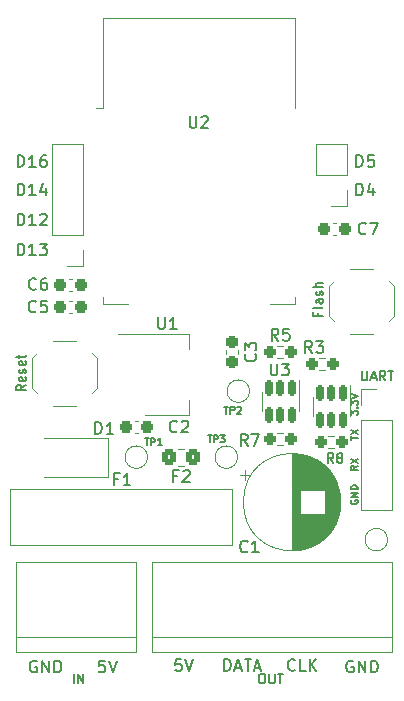
<source format=gto>
%TF.GenerationSoftware,KiCad,Pcbnew,(6.0.5)*%
%TF.CreationDate,2023-06-01T20:28:18+03:00*%
%TF.ProjectId,led-controller,6c65642d-636f-46e7-9472-6f6c6c65722e,rev?*%
%TF.SameCoordinates,Original*%
%TF.FileFunction,Legend,Top*%
%TF.FilePolarity,Positive*%
%FSLAX46Y46*%
G04 Gerber Fmt 4.6, Leading zero omitted, Abs format (unit mm)*
G04 Created by KiCad (PCBNEW (6.0.5)) date 2023-06-01 20:28:18*
%MOMM*%
%LPD*%
G01*
G04 APERTURE LIST*
G04 Aperture macros list*
%AMRoundRect*
0 Rectangle with rounded corners*
0 $1 Rounding radius*
0 $2 $3 $4 $5 $6 $7 $8 $9 X,Y pos of 4 corners*
0 Add a 4 corners polygon primitive as box body*
4,1,4,$2,$3,$4,$5,$6,$7,$8,$9,$2,$3,0*
0 Add four circle primitives for the rounded corners*
1,1,$1+$1,$2,$3*
1,1,$1+$1,$4,$5*
1,1,$1+$1,$6,$7*
1,1,$1+$1,$8,$9*
0 Add four rect primitives between the rounded corners*
20,1,$1+$1,$2,$3,$4,$5,0*
20,1,$1+$1,$4,$5,$6,$7,0*
20,1,$1+$1,$6,$7,$8,$9,0*
20,1,$1+$1,$8,$9,$2,$3,0*%
G04 Aperture macros list end*
%ADD10C,0.150000*%
%ADD11C,0.120000*%
%ADD12RoundRect,0.237500X-0.300000X-0.237500X0.300000X-0.237500X0.300000X0.237500X-0.300000X0.237500X0*%
%ADD13R,1.700000X1.700000*%
%ADD14O,1.700000X1.700000*%
%ADD15RoundRect,0.237500X-0.250000X-0.237500X0.250000X-0.237500X0.250000X0.237500X-0.250000X0.237500X0*%
%ADD16RoundRect,0.237500X0.237500X-0.300000X0.237500X0.300000X-0.237500X0.300000X-0.237500X-0.300000X0*%
%ADD17R,1.000000X1.700000*%
%ADD18C,1.500000*%
%ADD19RoundRect,0.237500X0.250000X0.237500X-0.250000X0.237500X-0.250000X-0.237500X0.250000X-0.237500X0*%
%ADD20R,2.500000X1.800000*%
%ADD21RoundRect,0.237500X0.300000X0.237500X-0.300000X0.237500X-0.300000X-0.237500X0.300000X-0.237500X0*%
%ADD22O,3.000000X3.500000*%
%ADD23R,1.600000X1.600000*%
%ADD24C,1.600000*%
%ADD25R,3.000000X3.000000*%
%ADD26C,3.000000*%
%ADD27C,0.800000*%
%ADD28C,6.400000*%
%ADD29RoundRect,0.150000X-0.150000X0.512500X-0.150000X-0.512500X0.150000X-0.512500X0.150000X0.512500X0*%
%ADD30R,2.000000X1.500000*%
%ADD31R,2.000000X3.800000*%
%ADD32RoundRect,0.250000X0.325000X0.450000X-0.325000X0.450000X-0.325000X-0.450000X0.325000X-0.450000X0*%
%ADD33R,2.500000X1.000000*%
%ADD34R,1.000000X1.800000*%
G04 APERTURE END LIST*
D10*
X117400428Y-103120714D02*
X117400428Y-102749285D01*
X117629000Y-102949285D01*
X117629000Y-102863571D01*
X117657571Y-102806428D01*
X117686142Y-102777857D01*
X117743285Y-102749285D01*
X117886142Y-102749285D01*
X117943285Y-102777857D01*
X117971857Y-102806428D01*
X118000428Y-102863571D01*
X118000428Y-103035000D01*
X117971857Y-103092142D01*
X117943285Y-103120714D01*
X117943285Y-102492142D02*
X117971857Y-102463571D01*
X118000428Y-102492142D01*
X117971857Y-102520714D01*
X117943285Y-102492142D01*
X118000428Y-102492142D01*
X117400428Y-102263571D02*
X117400428Y-101892142D01*
X117629000Y-102092142D01*
X117629000Y-102006428D01*
X117657571Y-101949285D01*
X117686142Y-101920714D01*
X117743285Y-101892142D01*
X117886142Y-101892142D01*
X117943285Y-101920714D01*
X117971857Y-101949285D01*
X118000428Y-102006428D01*
X118000428Y-102177857D01*
X117971857Y-102235000D01*
X117943285Y-102263571D01*
X117400428Y-101720714D02*
X118000428Y-101520714D01*
X117400428Y-101320714D01*
X117429000Y-110312142D02*
X117400428Y-110369285D01*
X117400428Y-110455000D01*
X117429000Y-110540714D01*
X117486142Y-110597857D01*
X117543285Y-110626428D01*
X117657571Y-110655000D01*
X117743285Y-110655000D01*
X117857571Y-110626428D01*
X117914714Y-110597857D01*
X117971857Y-110540714D01*
X118000428Y-110455000D01*
X118000428Y-110397857D01*
X117971857Y-110312142D01*
X117943285Y-110283571D01*
X117743285Y-110283571D01*
X117743285Y-110397857D01*
X118000428Y-110026428D02*
X117400428Y-110026428D01*
X118000428Y-109683571D01*
X117400428Y-109683571D01*
X118000428Y-109397857D02*
X117400428Y-109397857D01*
X117400428Y-109255000D01*
X117429000Y-109169285D01*
X117486142Y-109112142D01*
X117543285Y-109083571D01*
X117657571Y-109055000D01*
X117743285Y-109055000D01*
X117857571Y-109083571D01*
X117914714Y-109112142D01*
X117971857Y-109169285D01*
X118000428Y-109255000D01*
X118000428Y-109397857D01*
X117400428Y-105232142D02*
X117400428Y-104889285D01*
X118000428Y-105060714D02*
X117400428Y-105060714D01*
X117400428Y-104746428D02*
X118000428Y-104346428D01*
X117400428Y-104346428D02*
X118000428Y-104746428D01*
X118000428Y-107415000D02*
X117714714Y-107615000D01*
X118000428Y-107757857D02*
X117400428Y-107757857D01*
X117400428Y-107529285D01*
X117429000Y-107472142D01*
X117457571Y-107443571D01*
X117514714Y-107415000D01*
X117600428Y-107415000D01*
X117657571Y-107443571D01*
X117686142Y-107472142D01*
X117714714Y-107529285D01*
X117714714Y-107757857D01*
X117400428Y-107215000D02*
X118000428Y-106815000D01*
X117400428Y-106815000D02*
X118000428Y-107215000D01*
X114623857Y-94487857D02*
X114623857Y-94754523D01*
X115042904Y-94754523D02*
X114242904Y-94754523D01*
X114242904Y-94373571D01*
X115042904Y-93954523D02*
X115004809Y-94030714D01*
X114928619Y-94068809D01*
X114242904Y-94068809D01*
X115042904Y-93306904D02*
X114623857Y-93306904D01*
X114547666Y-93345000D01*
X114509571Y-93421190D01*
X114509571Y-93573571D01*
X114547666Y-93649761D01*
X115004809Y-93306904D02*
X115042904Y-93383095D01*
X115042904Y-93573571D01*
X115004809Y-93649761D01*
X114928619Y-93687857D01*
X114852428Y-93687857D01*
X114776238Y-93649761D01*
X114738142Y-93573571D01*
X114738142Y-93383095D01*
X114700047Y-93306904D01*
X115004809Y-92964047D02*
X115042904Y-92887857D01*
X115042904Y-92735476D01*
X115004809Y-92659285D01*
X114928619Y-92621190D01*
X114890523Y-92621190D01*
X114814333Y-92659285D01*
X114776238Y-92735476D01*
X114776238Y-92849761D01*
X114738142Y-92925952D01*
X114661952Y-92964047D01*
X114623857Y-92964047D01*
X114547666Y-92925952D01*
X114509571Y-92849761D01*
X114509571Y-92735476D01*
X114547666Y-92659285D01*
X115042904Y-92278333D02*
X114242904Y-92278333D01*
X115042904Y-91935476D02*
X114623857Y-91935476D01*
X114547666Y-91973571D01*
X114509571Y-92049761D01*
X114509571Y-92164047D01*
X114547666Y-92240238D01*
X114585761Y-92278333D01*
X112688761Y-124690142D02*
X112641142Y-124737761D01*
X112498285Y-124785380D01*
X112403047Y-124785380D01*
X112260190Y-124737761D01*
X112164952Y-124642523D01*
X112117333Y-124547285D01*
X112069714Y-124356809D01*
X112069714Y-124213952D01*
X112117333Y-124023476D01*
X112164952Y-123928238D01*
X112260190Y-123833000D01*
X112403047Y-123785380D01*
X112498285Y-123785380D01*
X112641142Y-123833000D01*
X112688761Y-123880619D01*
X113593523Y-124785380D02*
X113117333Y-124785380D01*
X113117333Y-123785380D01*
X113926857Y-124785380D02*
X113926857Y-123785380D01*
X114498285Y-124785380D02*
X114069714Y-124213952D01*
X114498285Y-123785380D02*
X113926857Y-124356809D01*
X118357809Y-99383904D02*
X118357809Y-100031523D01*
X118395904Y-100107714D01*
X118434000Y-100145809D01*
X118510190Y-100183904D01*
X118662571Y-100183904D01*
X118738761Y-100145809D01*
X118776857Y-100107714D01*
X118814952Y-100031523D01*
X118814952Y-99383904D01*
X119157809Y-99955333D02*
X119538761Y-99955333D01*
X119081619Y-100183904D02*
X119348285Y-99383904D01*
X119614952Y-100183904D01*
X120338761Y-100183904D02*
X120072095Y-99802952D01*
X119881619Y-100183904D02*
X119881619Y-99383904D01*
X120186380Y-99383904D01*
X120262571Y-99422000D01*
X120300666Y-99460095D01*
X120338761Y-99536285D01*
X120338761Y-99650571D01*
X120300666Y-99726761D01*
X120262571Y-99764857D01*
X120186380Y-99802952D01*
X119881619Y-99802952D01*
X120567333Y-99383904D02*
X121024476Y-99383904D01*
X120795904Y-100183904D02*
X120795904Y-99383904D01*
X89209714Y-87066380D02*
X89209714Y-86066380D01*
X89447809Y-86066380D01*
X89590666Y-86114000D01*
X89685904Y-86209238D01*
X89733523Y-86304476D01*
X89781142Y-86494952D01*
X89781142Y-86637809D01*
X89733523Y-86828285D01*
X89685904Y-86923523D01*
X89590666Y-87018761D01*
X89447809Y-87066380D01*
X89209714Y-87066380D01*
X90733523Y-87066380D02*
X90162095Y-87066380D01*
X90447809Y-87066380D02*
X90447809Y-86066380D01*
X90352571Y-86209238D01*
X90257333Y-86304476D01*
X90162095Y-86352095D01*
X91114476Y-86161619D02*
X91162095Y-86114000D01*
X91257333Y-86066380D01*
X91495428Y-86066380D01*
X91590666Y-86114000D01*
X91638285Y-86161619D01*
X91685904Y-86256857D01*
X91685904Y-86352095D01*
X91638285Y-86494952D01*
X91066857Y-87066380D01*
X91685904Y-87066380D01*
X103060523Y-123785380D02*
X102584333Y-123785380D01*
X102536714Y-124261571D01*
X102584333Y-124213952D01*
X102679571Y-124166333D01*
X102917666Y-124166333D01*
X103012904Y-124213952D01*
X103060523Y-124261571D01*
X103108142Y-124356809D01*
X103108142Y-124594904D01*
X103060523Y-124690142D01*
X103012904Y-124737761D01*
X102917666Y-124785380D01*
X102679571Y-124785380D01*
X102584333Y-124737761D01*
X102536714Y-124690142D01*
X103393857Y-123785380D02*
X103727190Y-124785380D01*
X104060523Y-123785380D01*
X90805095Y-123960000D02*
X90709857Y-123912380D01*
X90567000Y-123912380D01*
X90424142Y-123960000D01*
X90328904Y-124055238D01*
X90281285Y-124150476D01*
X90233666Y-124340952D01*
X90233666Y-124483809D01*
X90281285Y-124674285D01*
X90328904Y-124769523D01*
X90424142Y-124864761D01*
X90567000Y-124912380D01*
X90662238Y-124912380D01*
X90805095Y-124864761D01*
X90852714Y-124817142D01*
X90852714Y-124483809D01*
X90662238Y-124483809D01*
X91281285Y-124912380D02*
X91281285Y-123912380D01*
X91852714Y-124912380D01*
X91852714Y-123912380D01*
X92328904Y-124912380D02*
X92328904Y-123912380D01*
X92567000Y-123912380D01*
X92709857Y-123960000D01*
X92805095Y-124055238D01*
X92852714Y-124150476D01*
X92900333Y-124340952D01*
X92900333Y-124483809D01*
X92852714Y-124674285D01*
X92805095Y-124769523D01*
X92709857Y-124864761D01*
X92567000Y-124912380D01*
X92328904Y-124912380D01*
X89209714Y-84526380D02*
X89209714Y-83526380D01*
X89447809Y-83526380D01*
X89590666Y-83574000D01*
X89685904Y-83669238D01*
X89733523Y-83764476D01*
X89781142Y-83954952D01*
X89781142Y-84097809D01*
X89733523Y-84288285D01*
X89685904Y-84383523D01*
X89590666Y-84478761D01*
X89447809Y-84526380D01*
X89209714Y-84526380D01*
X90733523Y-84526380D02*
X90162095Y-84526380D01*
X90447809Y-84526380D02*
X90447809Y-83526380D01*
X90352571Y-83669238D01*
X90257333Y-83764476D01*
X90162095Y-83812095D01*
X91590666Y-83859714D02*
X91590666Y-84526380D01*
X91352571Y-83478761D02*
X91114476Y-84193047D01*
X91733523Y-84193047D01*
X117602095Y-123960000D02*
X117506857Y-123912380D01*
X117364000Y-123912380D01*
X117221142Y-123960000D01*
X117125904Y-124055238D01*
X117078285Y-124150476D01*
X117030666Y-124340952D01*
X117030666Y-124483809D01*
X117078285Y-124674285D01*
X117125904Y-124769523D01*
X117221142Y-124864761D01*
X117364000Y-124912380D01*
X117459238Y-124912380D01*
X117602095Y-124864761D01*
X117649714Y-124817142D01*
X117649714Y-124483809D01*
X117459238Y-124483809D01*
X118078285Y-124912380D02*
X118078285Y-123912380D01*
X118649714Y-124912380D01*
X118649714Y-123912380D01*
X119125904Y-124912380D02*
X119125904Y-123912380D01*
X119364000Y-123912380D01*
X119506857Y-123960000D01*
X119602095Y-124055238D01*
X119649714Y-124150476D01*
X119697333Y-124340952D01*
X119697333Y-124483809D01*
X119649714Y-124674285D01*
X119602095Y-124769523D01*
X119506857Y-124864761D01*
X119364000Y-124912380D01*
X119125904Y-124912380D01*
X89209714Y-82113380D02*
X89209714Y-81113380D01*
X89447809Y-81113380D01*
X89590666Y-81161000D01*
X89685904Y-81256238D01*
X89733523Y-81351476D01*
X89781142Y-81541952D01*
X89781142Y-81684809D01*
X89733523Y-81875285D01*
X89685904Y-81970523D01*
X89590666Y-82065761D01*
X89447809Y-82113380D01*
X89209714Y-82113380D01*
X90733523Y-82113380D02*
X90162095Y-82113380D01*
X90447809Y-82113380D02*
X90447809Y-81113380D01*
X90352571Y-81256238D01*
X90257333Y-81351476D01*
X90162095Y-81399095D01*
X91590666Y-81113380D02*
X91400190Y-81113380D01*
X91304952Y-81161000D01*
X91257333Y-81208619D01*
X91162095Y-81351476D01*
X91114476Y-81541952D01*
X91114476Y-81922904D01*
X91162095Y-82018142D01*
X91209714Y-82065761D01*
X91304952Y-82113380D01*
X91495428Y-82113380D01*
X91590666Y-82065761D01*
X91638285Y-82018142D01*
X91685904Y-81922904D01*
X91685904Y-81684809D01*
X91638285Y-81589571D01*
X91590666Y-81541952D01*
X91495428Y-81494333D01*
X91304952Y-81494333D01*
X91209714Y-81541952D01*
X91162095Y-81589571D01*
X91114476Y-81684809D01*
X93941952Y-125837904D02*
X93941952Y-125037904D01*
X94322904Y-125837904D02*
X94322904Y-125037904D01*
X94780047Y-125837904D01*
X94780047Y-125037904D01*
X89209714Y-89606380D02*
X89209714Y-88606380D01*
X89447809Y-88606380D01*
X89590666Y-88654000D01*
X89685904Y-88749238D01*
X89733523Y-88844476D01*
X89781142Y-89034952D01*
X89781142Y-89177809D01*
X89733523Y-89368285D01*
X89685904Y-89463523D01*
X89590666Y-89558761D01*
X89447809Y-89606380D01*
X89209714Y-89606380D01*
X90733523Y-89606380D02*
X90162095Y-89606380D01*
X90447809Y-89606380D02*
X90447809Y-88606380D01*
X90352571Y-88749238D01*
X90257333Y-88844476D01*
X90162095Y-88892095D01*
X91066857Y-88606380D02*
X91685904Y-88606380D01*
X91352571Y-88987333D01*
X91495428Y-88987333D01*
X91590666Y-89034952D01*
X91638285Y-89082571D01*
X91685904Y-89177809D01*
X91685904Y-89415904D01*
X91638285Y-89511142D01*
X91590666Y-89558761D01*
X91495428Y-89606380D01*
X91209714Y-89606380D01*
X91114476Y-89558761D01*
X91066857Y-89511142D01*
X117879904Y-84526380D02*
X117879904Y-83526380D01*
X118118000Y-83526380D01*
X118260857Y-83574000D01*
X118356095Y-83669238D01*
X118403714Y-83764476D01*
X118451333Y-83954952D01*
X118451333Y-84097809D01*
X118403714Y-84288285D01*
X118356095Y-84383523D01*
X118260857Y-84478761D01*
X118118000Y-84526380D01*
X117879904Y-84526380D01*
X119308476Y-83859714D02*
X119308476Y-84526380D01*
X119070380Y-83478761D02*
X118832285Y-84193047D01*
X119451333Y-84193047D01*
X96583523Y-123912380D02*
X96107333Y-123912380D01*
X96059714Y-124388571D01*
X96107333Y-124340952D01*
X96202571Y-124293333D01*
X96440666Y-124293333D01*
X96535904Y-124340952D01*
X96583523Y-124388571D01*
X96631142Y-124483809D01*
X96631142Y-124721904D01*
X96583523Y-124817142D01*
X96535904Y-124864761D01*
X96440666Y-124912380D01*
X96202571Y-124912380D01*
X96107333Y-124864761D01*
X96059714Y-124817142D01*
X96916857Y-123912380D02*
X97250190Y-124912380D01*
X97583523Y-123912380D01*
X109817000Y-125037904D02*
X109969380Y-125037904D01*
X110045571Y-125076000D01*
X110121761Y-125152190D01*
X110159857Y-125304571D01*
X110159857Y-125571238D01*
X110121761Y-125723619D01*
X110045571Y-125799809D01*
X109969380Y-125837904D01*
X109817000Y-125837904D01*
X109740809Y-125799809D01*
X109664619Y-125723619D01*
X109626523Y-125571238D01*
X109626523Y-125304571D01*
X109664619Y-125152190D01*
X109740809Y-125076000D01*
X109817000Y-125037904D01*
X110502714Y-125037904D02*
X110502714Y-125685523D01*
X110540809Y-125761714D01*
X110578904Y-125799809D01*
X110655095Y-125837904D01*
X110807476Y-125837904D01*
X110883666Y-125799809D01*
X110921761Y-125761714D01*
X110959857Y-125685523D01*
X110959857Y-125037904D01*
X111226523Y-125037904D02*
X111683666Y-125037904D01*
X111455095Y-125837904D02*
X111455095Y-125037904D01*
X117879904Y-82113380D02*
X117879904Y-81113380D01*
X118118000Y-81113380D01*
X118260857Y-81161000D01*
X118356095Y-81256238D01*
X118403714Y-81351476D01*
X118451333Y-81541952D01*
X118451333Y-81684809D01*
X118403714Y-81875285D01*
X118356095Y-81970523D01*
X118260857Y-82065761D01*
X118118000Y-82113380D01*
X117879904Y-82113380D01*
X119356095Y-81113380D02*
X118879904Y-81113380D01*
X118832285Y-81589571D01*
X118879904Y-81541952D01*
X118975142Y-81494333D01*
X119213238Y-81494333D01*
X119308476Y-81541952D01*
X119356095Y-81589571D01*
X119403714Y-81684809D01*
X119403714Y-81922904D01*
X119356095Y-82018142D01*
X119308476Y-82065761D01*
X119213238Y-82113380D01*
X118975142Y-82113380D01*
X118879904Y-82065761D01*
X118832285Y-82018142D01*
X106704000Y-124785380D02*
X106704000Y-123785380D01*
X106942095Y-123785380D01*
X107084952Y-123833000D01*
X107180190Y-123928238D01*
X107227809Y-124023476D01*
X107275428Y-124213952D01*
X107275428Y-124356809D01*
X107227809Y-124547285D01*
X107180190Y-124642523D01*
X107084952Y-124737761D01*
X106942095Y-124785380D01*
X106704000Y-124785380D01*
X107656380Y-124499666D02*
X108132571Y-124499666D01*
X107561142Y-124785380D02*
X107894476Y-123785380D01*
X108227809Y-124785380D01*
X108418285Y-123785380D02*
X108989714Y-123785380D01*
X108704000Y-124785380D02*
X108704000Y-123785380D01*
X109275428Y-124499666D02*
X109751619Y-124499666D01*
X109180190Y-124785380D02*
X109513523Y-123785380D01*
X109846857Y-124785380D01*
X89896904Y-100558476D02*
X89515952Y-100825142D01*
X89896904Y-101015619D02*
X89096904Y-101015619D01*
X89096904Y-100710857D01*
X89135000Y-100634666D01*
X89173095Y-100596571D01*
X89249285Y-100558476D01*
X89363571Y-100558476D01*
X89439761Y-100596571D01*
X89477857Y-100634666D01*
X89515952Y-100710857D01*
X89515952Y-101015619D01*
X89858809Y-99910857D02*
X89896904Y-99987047D01*
X89896904Y-100139428D01*
X89858809Y-100215619D01*
X89782619Y-100253714D01*
X89477857Y-100253714D01*
X89401666Y-100215619D01*
X89363571Y-100139428D01*
X89363571Y-99987047D01*
X89401666Y-99910857D01*
X89477857Y-99872761D01*
X89554047Y-99872761D01*
X89630238Y-100253714D01*
X89858809Y-99568000D02*
X89896904Y-99491809D01*
X89896904Y-99339428D01*
X89858809Y-99263238D01*
X89782619Y-99225142D01*
X89744523Y-99225142D01*
X89668333Y-99263238D01*
X89630238Y-99339428D01*
X89630238Y-99453714D01*
X89592142Y-99529904D01*
X89515952Y-99568000D01*
X89477857Y-99568000D01*
X89401666Y-99529904D01*
X89363571Y-99453714D01*
X89363571Y-99339428D01*
X89401666Y-99263238D01*
X89858809Y-98577523D02*
X89896904Y-98653714D01*
X89896904Y-98806095D01*
X89858809Y-98882285D01*
X89782619Y-98920380D01*
X89477857Y-98920380D01*
X89401666Y-98882285D01*
X89363571Y-98806095D01*
X89363571Y-98653714D01*
X89401666Y-98577523D01*
X89477857Y-98539428D01*
X89554047Y-98539428D01*
X89630238Y-98920380D01*
X89363571Y-98310857D02*
X89363571Y-98006095D01*
X89096904Y-98196571D02*
X89782619Y-98196571D01*
X89858809Y-98158476D01*
X89896904Y-98082285D01*
X89896904Y-98006095D01*
X102703333Y-104497142D02*
X102655714Y-104544761D01*
X102512857Y-104592380D01*
X102417619Y-104592380D01*
X102274761Y-104544761D01*
X102179523Y-104449523D01*
X102131904Y-104354285D01*
X102084285Y-104163809D01*
X102084285Y-104020952D01*
X102131904Y-103830476D01*
X102179523Y-103735238D01*
X102274761Y-103640000D01*
X102417619Y-103592380D01*
X102512857Y-103592380D01*
X102655714Y-103640000D01*
X102703333Y-103687619D01*
X103084285Y-103687619D02*
X103131904Y-103640000D01*
X103227142Y-103592380D01*
X103465238Y-103592380D01*
X103560476Y-103640000D01*
X103608095Y-103687619D01*
X103655714Y-103782857D01*
X103655714Y-103878095D01*
X103608095Y-104020952D01*
X103036666Y-104592380D01*
X103655714Y-104592380D01*
X111285333Y-96812380D02*
X110952000Y-96336190D01*
X110713904Y-96812380D02*
X110713904Y-95812380D01*
X111094857Y-95812380D01*
X111190095Y-95860000D01*
X111237714Y-95907619D01*
X111285333Y-96002857D01*
X111285333Y-96145714D01*
X111237714Y-96240952D01*
X111190095Y-96288571D01*
X111094857Y-96336190D01*
X110713904Y-96336190D01*
X112190095Y-95812380D02*
X111713904Y-95812380D01*
X111666285Y-96288571D01*
X111713904Y-96240952D01*
X111809142Y-96193333D01*
X112047238Y-96193333D01*
X112142476Y-96240952D01*
X112190095Y-96288571D01*
X112237714Y-96383809D01*
X112237714Y-96621904D01*
X112190095Y-96717142D01*
X112142476Y-96764761D01*
X112047238Y-96812380D01*
X111809142Y-96812380D01*
X111713904Y-96764761D01*
X111666285Y-96717142D01*
X109323142Y-97956666D02*
X109370761Y-98004285D01*
X109418380Y-98147142D01*
X109418380Y-98242380D01*
X109370761Y-98385238D01*
X109275523Y-98480476D01*
X109180285Y-98528095D01*
X108989809Y-98575714D01*
X108846952Y-98575714D01*
X108656476Y-98528095D01*
X108561238Y-98480476D01*
X108466000Y-98385238D01*
X108418380Y-98242380D01*
X108418380Y-98147142D01*
X108466000Y-98004285D01*
X108513619Y-97956666D01*
X108418380Y-97623333D02*
X108418380Y-97004285D01*
X108799333Y-97337619D01*
X108799333Y-97194761D01*
X108846952Y-97099523D01*
X108894571Y-97051904D01*
X108989809Y-97004285D01*
X109227904Y-97004285D01*
X109323142Y-97051904D01*
X109370761Y-97099523D01*
X109418380Y-97194761D01*
X109418380Y-97480476D01*
X109370761Y-97575714D01*
X109323142Y-97623333D01*
X99953857Y-105081428D02*
X100296714Y-105081428D01*
X100125285Y-105681428D02*
X100125285Y-105081428D01*
X100496714Y-105681428D02*
X100496714Y-105081428D01*
X100725285Y-105081428D01*
X100782428Y-105110000D01*
X100811000Y-105138571D01*
X100839571Y-105195714D01*
X100839571Y-105281428D01*
X100811000Y-105338571D01*
X100782428Y-105367142D01*
X100725285Y-105395714D01*
X100496714Y-105395714D01*
X101411000Y-105681428D02*
X101068142Y-105681428D01*
X101239571Y-105681428D02*
X101239571Y-105081428D01*
X101182428Y-105167142D01*
X101125285Y-105224285D01*
X101068142Y-105252857D01*
X108672333Y-105735380D02*
X108339000Y-105259190D01*
X108100904Y-105735380D02*
X108100904Y-104735380D01*
X108481857Y-104735380D01*
X108577095Y-104783000D01*
X108624714Y-104830619D01*
X108672333Y-104925857D01*
X108672333Y-105068714D01*
X108624714Y-105163952D01*
X108577095Y-105211571D01*
X108481857Y-105259190D01*
X108100904Y-105259190D01*
X109005666Y-104735380D02*
X109672333Y-104735380D01*
X109243761Y-105735380D01*
X95781904Y-104719380D02*
X95781904Y-103719380D01*
X96020000Y-103719380D01*
X96162857Y-103767000D01*
X96258095Y-103862238D01*
X96305714Y-103957476D01*
X96353333Y-104147952D01*
X96353333Y-104290809D01*
X96305714Y-104481285D01*
X96258095Y-104576523D01*
X96162857Y-104671761D01*
X96020000Y-104719380D01*
X95781904Y-104719380D01*
X97305714Y-104719380D02*
X96734285Y-104719380D01*
X97020000Y-104719380D02*
X97020000Y-103719380D01*
X96924761Y-103862238D01*
X96829523Y-103957476D01*
X96734285Y-104005095D01*
X90765333Y-94337142D02*
X90717714Y-94384761D01*
X90574857Y-94432380D01*
X90479619Y-94432380D01*
X90336761Y-94384761D01*
X90241523Y-94289523D01*
X90193904Y-94194285D01*
X90146285Y-94003809D01*
X90146285Y-93860952D01*
X90193904Y-93670476D01*
X90241523Y-93575238D01*
X90336761Y-93480000D01*
X90479619Y-93432380D01*
X90574857Y-93432380D01*
X90717714Y-93480000D01*
X90765333Y-93527619D01*
X91670095Y-93432380D02*
X91193904Y-93432380D01*
X91146285Y-93908571D01*
X91193904Y-93860952D01*
X91289142Y-93813333D01*
X91527238Y-93813333D01*
X91622476Y-93860952D01*
X91670095Y-93908571D01*
X91717714Y-94003809D01*
X91717714Y-94241904D01*
X91670095Y-94337142D01*
X91622476Y-94384761D01*
X91527238Y-94432380D01*
X91289142Y-94432380D01*
X91193904Y-94384761D01*
X91146285Y-94337142D01*
X97706666Y-108538571D02*
X97373333Y-108538571D01*
X97373333Y-109062380D02*
X97373333Y-108062380D01*
X97849523Y-108062380D01*
X98754285Y-109062380D02*
X98182857Y-109062380D01*
X98468571Y-109062380D02*
X98468571Y-108062380D01*
X98373333Y-108205238D01*
X98278095Y-108300476D01*
X98182857Y-108348095D01*
X108672333Y-114657142D02*
X108624714Y-114704761D01*
X108481857Y-114752380D01*
X108386619Y-114752380D01*
X108243761Y-114704761D01*
X108148523Y-114609523D01*
X108100904Y-114514285D01*
X108053285Y-114323809D01*
X108053285Y-114180952D01*
X108100904Y-113990476D01*
X108148523Y-113895238D01*
X108243761Y-113800000D01*
X108386619Y-113752380D01*
X108481857Y-113752380D01*
X108624714Y-113800000D01*
X108672333Y-113847619D01*
X109624714Y-114752380D02*
X109053285Y-114752380D01*
X109339000Y-114752380D02*
X109339000Y-113752380D01*
X109243761Y-113895238D01*
X109148523Y-113990476D01*
X109053285Y-114038095D01*
X114133333Y-97861380D02*
X113800000Y-97385190D01*
X113561904Y-97861380D02*
X113561904Y-96861380D01*
X113942857Y-96861380D01*
X114038095Y-96909000D01*
X114085714Y-96956619D01*
X114133333Y-97051857D01*
X114133333Y-97194714D01*
X114085714Y-97289952D01*
X114038095Y-97337571D01*
X113942857Y-97385190D01*
X113561904Y-97385190D01*
X114466666Y-96861380D02*
X115085714Y-96861380D01*
X114752380Y-97242333D01*
X114895238Y-97242333D01*
X114990476Y-97289952D01*
X115038095Y-97337571D01*
X115085714Y-97432809D01*
X115085714Y-97670904D01*
X115038095Y-97766142D01*
X114990476Y-97813761D01*
X114895238Y-97861380D01*
X114609523Y-97861380D01*
X114514285Y-97813761D01*
X114466666Y-97766142D01*
X115944666Y-107168904D02*
X115678000Y-106787952D01*
X115487523Y-107168904D02*
X115487523Y-106368904D01*
X115792285Y-106368904D01*
X115868476Y-106407000D01*
X115906571Y-106445095D01*
X115944666Y-106521285D01*
X115944666Y-106635571D01*
X115906571Y-106711761D01*
X115868476Y-106749857D01*
X115792285Y-106787952D01*
X115487523Y-106787952D01*
X116401809Y-106711761D02*
X116325619Y-106673666D01*
X116287523Y-106635571D01*
X116249428Y-106559380D01*
X116249428Y-106521285D01*
X116287523Y-106445095D01*
X116325619Y-106407000D01*
X116401809Y-106368904D01*
X116554190Y-106368904D01*
X116630380Y-106407000D01*
X116668476Y-106445095D01*
X116706571Y-106521285D01*
X116706571Y-106559380D01*
X116668476Y-106635571D01*
X116630380Y-106673666D01*
X116554190Y-106711761D01*
X116401809Y-106711761D01*
X116325619Y-106749857D01*
X116287523Y-106787952D01*
X116249428Y-106864142D01*
X116249428Y-107016523D01*
X116287523Y-107092714D01*
X116325619Y-107130809D01*
X116401809Y-107168904D01*
X116554190Y-107168904D01*
X116630380Y-107130809D01*
X116668476Y-107092714D01*
X116706571Y-107016523D01*
X116706571Y-106864142D01*
X116668476Y-106787952D01*
X116630380Y-106749857D01*
X116554190Y-106711761D01*
X110617095Y-98766380D02*
X110617095Y-99575904D01*
X110664714Y-99671142D01*
X110712333Y-99718761D01*
X110807571Y-99766380D01*
X110998047Y-99766380D01*
X111093285Y-99718761D01*
X111140904Y-99671142D01*
X111188523Y-99575904D01*
X111188523Y-98766380D01*
X111569476Y-98766380D02*
X112188523Y-98766380D01*
X111855190Y-99147333D01*
X111998047Y-99147333D01*
X112093285Y-99194952D01*
X112140904Y-99242571D01*
X112188523Y-99337809D01*
X112188523Y-99575904D01*
X112140904Y-99671142D01*
X112093285Y-99718761D01*
X111998047Y-99766380D01*
X111712333Y-99766380D01*
X111617095Y-99718761D01*
X111569476Y-99671142D01*
X118705333Y-87733142D02*
X118657714Y-87780761D01*
X118514857Y-87828380D01*
X118419619Y-87828380D01*
X118276761Y-87780761D01*
X118181523Y-87685523D01*
X118133904Y-87590285D01*
X118086285Y-87399809D01*
X118086285Y-87256952D01*
X118133904Y-87066476D01*
X118181523Y-86971238D01*
X118276761Y-86876000D01*
X118419619Y-86828380D01*
X118514857Y-86828380D01*
X118657714Y-86876000D01*
X118705333Y-86923619D01*
X119038666Y-86828380D02*
X119705333Y-86828380D01*
X119276761Y-87828380D01*
X90765333Y-92432142D02*
X90717714Y-92479761D01*
X90574857Y-92527380D01*
X90479619Y-92527380D01*
X90336761Y-92479761D01*
X90241523Y-92384523D01*
X90193904Y-92289285D01*
X90146285Y-92098809D01*
X90146285Y-91955952D01*
X90193904Y-91765476D01*
X90241523Y-91670238D01*
X90336761Y-91575000D01*
X90479619Y-91527380D01*
X90574857Y-91527380D01*
X90717714Y-91575000D01*
X90765333Y-91622619D01*
X91622476Y-91527380D02*
X91432000Y-91527380D01*
X91336761Y-91575000D01*
X91289142Y-91622619D01*
X91193904Y-91765476D01*
X91146285Y-91955952D01*
X91146285Y-92336904D01*
X91193904Y-92432142D01*
X91241523Y-92479761D01*
X91336761Y-92527380D01*
X91527238Y-92527380D01*
X91622476Y-92479761D01*
X91670095Y-92432142D01*
X91717714Y-92336904D01*
X91717714Y-92098809D01*
X91670095Y-92003571D01*
X91622476Y-91955952D01*
X91527238Y-91908333D01*
X91336761Y-91908333D01*
X91241523Y-91955952D01*
X91193904Y-92003571D01*
X91146285Y-92098809D01*
X106684857Y-102414428D02*
X107027714Y-102414428D01*
X106856285Y-103014428D02*
X106856285Y-102414428D01*
X107227714Y-103014428D02*
X107227714Y-102414428D01*
X107456285Y-102414428D01*
X107513428Y-102443000D01*
X107542000Y-102471571D01*
X107570571Y-102528714D01*
X107570571Y-102614428D01*
X107542000Y-102671571D01*
X107513428Y-102700142D01*
X107456285Y-102728714D01*
X107227714Y-102728714D01*
X107799142Y-102471571D02*
X107827714Y-102443000D01*
X107884857Y-102414428D01*
X108027714Y-102414428D01*
X108084857Y-102443000D01*
X108113428Y-102471571D01*
X108142000Y-102528714D01*
X108142000Y-102585857D01*
X108113428Y-102671571D01*
X107770571Y-103014428D01*
X108142000Y-103014428D01*
X101092095Y-94829380D02*
X101092095Y-95638904D01*
X101139714Y-95734142D01*
X101187333Y-95781761D01*
X101282571Y-95829380D01*
X101473047Y-95829380D01*
X101568285Y-95781761D01*
X101615904Y-95734142D01*
X101663523Y-95638904D01*
X101663523Y-94829380D01*
X102663523Y-95829380D02*
X102092095Y-95829380D01*
X102377809Y-95829380D02*
X102377809Y-94829380D01*
X102282571Y-94972238D01*
X102187333Y-95067476D01*
X102092095Y-95115095D01*
X102736666Y-108258571D02*
X102403333Y-108258571D01*
X102403333Y-108782380D02*
X102403333Y-107782380D01*
X102879523Y-107782380D01*
X103212857Y-107877619D02*
X103260476Y-107830000D01*
X103355714Y-107782380D01*
X103593809Y-107782380D01*
X103689047Y-107830000D01*
X103736666Y-107877619D01*
X103784285Y-107972857D01*
X103784285Y-108068095D01*
X103736666Y-108210952D01*
X103165238Y-108782380D01*
X103784285Y-108782380D01*
X103759095Y-77811380D02*
X103759095Y-78620904D01*
X103806714Y-78716142D01*
X103854333Y-78763761D01*
X103949571Y-78811380D01*
X104140047Y-78811380D01*
X104235285Y-78763761D01*
X104282904Y-78716142D01*
X104330523Y-78620904D01*
X104330523Y-77811380D01*
X104759095Y-77906619D02*
X104806714Y-77859000D01*
X104901952Y-77811380D01*
X105140047Y-77811380D01*
X105235285Y-77859000D01*
X105282904Y-77906619D01*
X105330523Y-78001857D01*
X105330523Y-78097095D01*
X105282904Y-78239952D01*
X104711476Y-78811380D01*
X105330523Y-78811380D01*
X105287857Y-104827428D02*
X105630714Y-104827428D01*
X105459285Y-105427428D02*
X105459285Y-104827428D01*
X105830714Y-105427428D02*
X105830714Y-104827428D01*
X106059285Y-104827428D01*
X106116428Y-104856000D01*
X106145000Y-104884571D01*
X106173571Y-104941714D01*
X106173571Y-105027428D01*
X106145000Y-105084571D01*
X106116428Y-105113142D01*
X106059285Y-105141714D01*
X105830714Y-105141714D01*
X106373571Y-104827428D02*
X106745000Y-104827428D01*
X106545000Y-105056000D01*
X106630714Y-105056000D01*
X106687857Y-105084571D01*
X106716428Y-105113142D01*
X106745000Y-105170285D01*
X106745000Y-105313142D01*
X106716428Y-105370285D01*
X106687857Y-105398857D01*
X106630714Y-105427428D01*
X106459285Y-105427428D01*
X106402142Y-105398857D01*
X106373571Y-105370285D01*
D11*
X99113733Y-103630000D02*
X99406267Y-103630000D01*
X99113733Y-104650000D02*
X99406267Y-104650000D01*
X94748000Y-90474000D02*
X93418000Y-90474000D01*
X94748000Y-80194000D02*
X92088000Y-80194000D01*
X92088000Y-87874000D02*
X92088000Y-80194000D01*
X94748000Y-87874000D02*
X92088000Y-87874000D01*
X94748000Y-89144000D02*
X94748000Y-90474000D01*
X94748000Y-87874000D02*
X94748000Y-80194000D01*
X111197276Y-98312500D02*
X111706724Y-98312500D01*
X111197276Y-97267500D02*
X111706724Y-97267500D01*
X106878000Y-97936267D02*
X106878000Y-97643733D01*
X107898000Y-97936267D02*
X107898000Y-97643733D01*
X95464000Y-97868000D02*
X95914000Y-98318000D01*
X95464000Y-101268000D02*
X95914000Y-100818000D01*
X94164000Y-96818000D02*
X92164000Y-96818000D01*
X90864000Y-97868000D02*
X90414000Y-98318000D01*
X94164000Y-102318000D02*
X92164000Y-102318000D01*
X90864000Y-101268000D02*
X90414000Y-100818000D01*
X95914000Y-98318000D02*
X95914000Y-100818000D01*
X90414000Y-98318000D02*
X90414000Y-100818000D01*
X120530000Y-113665000D02*
G75*
G03*
X120530000Y-113665000I-950000J0D01*
G01*
X100210000Y-106680000D02*
G75*
G03*
X100210000Y-106680000I-950000J0D01*
G01*
X111706724Y-105678500D02*
X111197276Y-105678500D01*
X111706724Y-104633500D02*
X111197276Y-104633500D01*
X96850000Y-105030000D02*
X91450000Y-105030000D01*
X96850000Y-108330000D02*
X96850000Y-105030000D01*
X96850000Y-108330000D02*
X91450000Y-108330000D01*
X93818267Y-93470000D02*
X93525733Y-93470000D01*
X93818267Y-94490000D02*
X93525733Y-94490000D01*
X97990000Y-109360000D02*
X88590000Y-109360000D01*
X88590000Y-109360000D02*
X107390000Y-109360000D01*
X107390000Y-109360000D02*
X107390000Y-114160000D01*
X107390000Y-114160000D02*
X88590000Y-114160000D01*
X88590000Y-114160000D02*
X88590000Y-109360000D01*
X115401000Y-107664000D02*
X115401000Y-113316000D01*
X115161000Y-107435000D02*
X115161000Y-109450000D01*
X116001000Y-108456000D02*
X116001000Y-112524000D01*
X113921000Y-111530000D02*
X113921000Y-114295000D01*
X114961000Y-111530000D02*
X114961000Y-113710000D01*
X114321000Y-111530000D02*
X114321000Y-114117000D01*
X113281000Y-106496000D02*
X113281000Y-109450000D01*
X114681000Y-107072000D02*
X114681000Y-109450000D01*
X114241000Y-106824000D02*
X114241000Y-109450000D01*
X114401000Y-111530000D02*
X114401000Y-114074000D01*
X113000000Y-106448000D02*
X113000000Y-114532000D01*
X114281000Y-111530000D02*
X114281000Y-114137000D01*
X115041000Y-107334000D02*
X115041000Y-109450000D01*
X112920000Y-106438000D02*
X112920000Y-114542000D01*
X115361000Y-107623000D02*
X115361000Y-113357000D01*
X113241000Y-106488000D02*
X113241000Y-109450000D01*
X113881000Y-111530000D02*
X113881000Y-114311000D01*
X113361000Y-111530000D02*
X113361000Y-114466000D01*
X113401000Y-106523000D02*
X113401000Y-109450000D01*
X113761000Y-111530000D02*
X113761000Y-114353000D01*
X113040000Y-106453000D02*
X113040000Y-114527000D01*
X116401000Y-109392000D02*
X116401000Y-111588000D01*
X115761000Y-108090000D02*
X115761000Y-112890000D01*
X114801000Y-111530000D02*
X114801000Y-113828000D01*
X115161000Y-111530000D02*
X115161000Y-113545000D01*
X113681000Y-111530000D02*
X113681000Y-114379000D01*
X112720000Y-106419000D02*
X112720000Y-114561000D01*
X114801000Y-107152000D02*
X114801000Y-109450000D01*
X116161000Y-108759000D02*
X116161000Y-112221000D01*
X114681000Y-111530000D02*
X114681000Y-113908000D01*
X115601000Y-107886000D02*
X115601000Y-113094000D01*
X113561000Y-106565000D02*
X113561000Y-109450000D01*
X114241000Y-111530000D02*
X114241000Y-114156000D01*
X114161000Y-106786000D02*
X114161000Y-109450000D01*
X113080000Y-106460000D02*
X113080000Y-114520000D01*
X114321000Y-106863000D02*
X114321000Y-109450000D01*
X113481000Y-106543000D02*
X113481000Y-109450000D01*
X113601000Y-106576000D02*
X113601000Y-109450000D01*
X113201000Y-106480000D02*
X113201000Y-109450000D01*
X114481000Y-111530000D02*
X114481000Y-114030000D01*
X113281000Y-111530000D02*
X113281000Y-114484000D01*
X115721000Y-108036000D02*
X115721000Y-112944000D01*
X114121000Y-106768000D02*
X114121000Y-109450000D01*
X114441000Y-106928000D02*
X114441000Y-109450000D01*
X114601000Y-111530000D02*
X114601000Y-113959000D01*
X114041000Y-106733000D02*
X114041000Y-109450000D01*
X114881000Y-111530000D02*
X114881000Y-113770000D01*
X116441000Y-109542000D02*
X116441000Y-111438000D01*
X114841000Y-111530000D02*
X114841000Y-113799000D01*
X112440000Y-106410000D02*
X112440000Y-114570000D01*
X113321000Y-111530000D02*
X113321000Y-114475000D01*
X113721000Y-111530000D02*
X113721000Y-114367000D01*
X114561000Y-106997000D02*
X114561000Y-109450000D01*
X114001000Y-106716000D02*
X114001000Y-109450000D01*
X114921000Y-107240000D02*
X114921000Y-109450000D01*
X112520000Y-106410000D02*
X112520000Y-114570000D01*
X113561000Y-111530000D02*
X113561000Y-114415000D01*
X112480000Y-106410000D02*
X112480000Y-114570000D01*
X113481000Y-111530000D02*
X113481000Y-114437000D01*
X115081000Y-107366000D02*
X115081000Y-109450000D01*
X114761000Y-107125000D02*
X114761000Y-109450000D01*
X112760000Y-106422000D02*
X112760000Y-114558000D01*
X115201000Y-107471000D02*
X115201000Y-109450000D01*
X112560000Y-106411000D02*
X112560000Y-114569000D01*
X116281000Y-109037000D02*
X116281000Y-111943000D01*
X114641000Y-107046000D02*
X114641000Y-109450000D01*
X112840000Y-106429000D02*
X112840000Y-114551000D01*
X115961000Y-108388000D02*
X115961000Y-112592000D01*
X115881000Y-108262000D02*
X115881000Y-112718000D01*
X115201000Y-111530000D02*
X115201000Y-113509000D01*
X113881000Y-106669000D02*
X113881000Y-109450000D01*
X115921000Y-108324000D02*
X115921000Y-112656000D01*
X114961000Y-107270000D02*
X114961000Y-109450000D01*
X113801000Y-111530000D02*
X113801000Y-114340000D01*
X114561000Y-111530000D02*
X114561000Y-113983000D01*
X114041000Y-111530000D02*
X114041000Y-114247000D01*
X113521000Y-106554000D02*
X113521000Y-109450000D01*
X115001000Y-107301000D02*
X115001000Y-109450000D01*
X113321000Y-106505000D02*
X113321000Y-109450000D01*
X113201000Y-111530000D02*
X113201000Y-114500000D01*
X114841000Y-107181000D02*
X114841000Y-109450000D01*
X114281000Y-106843000D02*
X114281000Y-109450000D01*
X113241000Y-111530000D02*
X113241000Y-114492000D01*
X115521000Y-107793000D02*
X115521000Y-113187000D01*
X115441000Y-107706000D02*
X115441000Y-113274000D01*
X115561000Y-107839000D02*
X115561000Y-113141000D01*
X116521000Y-109957000D02*
X116521000Y-111023000D01*
X116481000Y-109722000D02*
X116481000Y-111258000D01*
X114401000Y-106906000D02*
X114401000Y-109450000D01*
X113801000Y-106640000D02*
X113801000Y-109450000D01*
X114641000Y-111530000D02*
X114641000Y-113934000D01*
X114881000Y-107210000D02*
X114881000Y-109450000D01*
X112960000Y-106442000D02*
X112960000Y-114538000D01*
X114001000Y-111530000D02*
X114001000Y-114264000D01*
X114201000Y-111530000D02*
X114201000Y-114176000D01*
X114921000Y-111530000D02*
X114921000Y-113740000D01*
X115681000Y-107985000D02*
X115681000Y-112995000D01*
X114721000Y-107098000D02*
X114721000Y-109450000D01*
X114481000Y-106950000D02*
X114481000Y-109450000D01*
X113961000Y-106700000D02*
X113961000Y-109450000D01*
X112640000Y-106414000D02*
X112640000Y-114566000D01*
X116121000Y-108677000D02*
X116121000Y-112303000D01*
X115241000Y-107507000D02*
X115241000Y-113473000D01*
X115121000Y-107400000D02*
X115121000Y-109450000D01*
X115481000Y-107749000D02*
X115481000Y-113231000D01*
X115321000Y-107583000D02*
X115321000Y-113397000D01*
X108430302Y-107775000D02*
X108430302Y-108575000D01*
X113961000Y-111530000D02*
X113961000Y-114280000D01*
X114121000Y-111530000D02*
X114121000Y-114212000D01*
X114081000Y-106750000D02*
X114081000Y-109450000D01*
X113161000Y-106473000D02*
X113161000Y-109450000D01*
X113841000Y-106655000D02*
X113841000Y-109450000D01*
X113761000Y-106627000D02*
X113761000Y-109450000D01*
X115121000Y-111530000D02*
X115121000Y-113580000D01*
X113641000Y-111530000D02*
X113641000Y-114392000D01*
X113601000Y-111530000D02*
X113601000Y-114404000D01*
X114601000Y-107021000D02*
X114601000Y-109450000D01*
X115281000Y-107545000D02*
X115281000Y-113435000D01*
X115001000Y-111530000D02*
X115001000Y-113679000D01*
X115841000Y-108203000D02*
X115841000Y-112777000D01*
X112880000Y-106433000D02*
X112880000Y-114547000D01*
X114361000Y-106884000D02*
X114361000Y-109450000D01*
X116081000Y-108600000D02*
X116081000Y-112380000D01*
X113641000Y-106588000D02*
X113641000Y-109450000D01*
X116041000Y-108526000D02*
X116041000Y-112454000D01*
X114161000Y-111530000D02*
X114161000Y-114194000D01*
X113521000Y-111530000D02*
X113521000Y-114426000D01*
X115801000Y-108145000D02*
X115801000Y-112835000D01*
X108030302Y-108175000D02*
X108830302Y-108175000D01*
X113441000Y-106533000D02*
X113441000Y-109450000D01*
X113161000Y-111530000D02*
X113161000Y-114507000D01*
X115081000Y-111530000D02*
X115081000Y-113614000D01*
X113681000Y-106601000D02*
X113681000Y-109450000D01*
X114361000Y-111530000D02*
X114361000Y-114096000D01*
X116321000Y-109144000D02*
X116321000Y-111836000D01*
X115641000Y-107934000D02*
X115641000Y-113046000D01*
X113441000Y-111530000D02*
X113441000Y-114447000D01*
X113721000Y-106613000D02*
X113721000Y-109450000D01*
X113841000Y-111530000D02*
X113841000Y-114325000D01*
X114761000Y-111530000D02*
X114761000Y-113855000D01*
X112680000Y-106416000D02*
X112680000Y-114564000D01*
X113120000Y-106466000D02*
X113120000Y-114514000D01*
X113921000Y-106685000D02*
X113921000Y-109450000D01*
X113361000Y-106514000D02*
X113361000Y-109450000D01*
X114721000Y-111530000D02*
X114721000Y-113882000D01*
X116201000Y-108845000D02*
X116201000Y-112135000D01*
X114521000Y-106973000D02*
X114521000Y-109450000D01*
X114441000Y-111530000D02*
X114441000Y-114052000D01*
X114201000Y-106804000D02*
X114201000Y-109450000D01*
X114081000Y-111530000D02*
X114081000Y-114230000D01*
X116241000Y-108938000D02*
X116241000Y-112042000D01*
X116361000Y-109261000D02*
X116361000Y-111719000D01*
X112800000Y-106425000D02*
X112800000Y-114555000D01*
X112600000Y-106413000D02*
X112600000Y-114567000D01*
X113401000Y-111530000D02*
X113401000Y-114457000D01*
X114521000Y-111530000D02*
X114521000Y-114007000D01*
X115041000Y-111530000D02*
X115041000Y-113646000D01*
X116560000Y-110490000D02*
G75*
G03*
X116560000Y-110490000I-4120000J0D01*
G01*
X89100000Y-123190000D02*
X99260000Y-123190000D01*
X99260000Y-123190000D02*
X99260000Y-115570000D01*
X99260000Y-115570000D02*
X89100000Y-115570000D01*
X89100000Y-115570000D02*
X89100000Y-123190000D01*
X99260000Y-121920000D02*
X89100000Y-121920000D01*
X115262724Y-99328500D02*
X114753276Y-99328500D01*
X115262724Y-98283500D02*
X114753276Y-98283500D01*
X118250000Y-102245000D02*
X118250000Y-100915000D01*
X118250000Y-103515000D02*
X120910000Y-103515000D01*
X118250000Y-100915000D02*
X119580000Y-100915000D01*
X120910000Y-103515000D02*
X120910000Y-111195000D01*
X118250000Y-103515000D02*
X118250000Y-111195000D01*
X118250000Y-111195000D02*
X120910000Y-111195000D01*
X116024724Y-104887500D02*
X115515276Y-104887500D01*
X116024724Y-105932500D02*
X115515276Y-105932500D01*
X113012000Y-101981000D02*
X113012000Y-102781000D01*
X109892000Y-101981000D02*
X109892000Y-102781000D01*
X113012000Y-101981000D02*
X113012000Y-100181000D01*
X109892000Y-101981000D02*
X109892000Y-101181000D01*
X115877733Y-87886000D02*
X116170267Y-87886000D01*
X115877733Y-86866000D02*
X116170267Y-86866000D01*
X93818267Y-92585000D02*
X93525733Y-92585000D01*
X93818267Y-91565000D02*
X93525733Y-91565000D01*
X108846000Y-101092000D02*
G75*
G03*
X108846000Y-101092000I-950000J0D01*
G01*
X117100000Y-80209000D02*
X114440000Y-80209000D01*
X114440000Y-82809000D02*
X114440000Y-80209000D01*
X117100000Y-84079000D02*
X117100000Y-85409000D01*
X117100000Y-82809000D02*
X117100000Y-80209000D01*
X117100000Y-82809000D02*
X114440000Y-82809000D01*
X117100000Y-85409000D02*
X115770000Y-85409000D01*
X114210000Y-102362000D02*
X114210000Y-101562000D01*
X117330000Y-102362000D02*
X117330000Y-100562000D01*
X114210000Y-102362000D02*
X114210000Y-103162000D01*
X117330000Y-102362000D02*
X117330000Y-103162000D01*
X99950000Y-103105000D02*
X103710000Y-103105000D01*
X103710000Y-96285000D02*
X103710000Y-97545000D01*
X103710000Y-103105000D02*
X103710000Y-101845000D01*
X97700000Y-96285000D02*
X103710000Y-96285000D01*
X103331252Y-107390000D02*
X102808748Y-107390000D01*
X103331252Y-105970000D02*
X102808748Y-105970000D01*
X117310000Y-90722000D02*
X119310000Y-90722000D01*
X115560000Y-94722000D02*
X115560000Y-92222000D01*
X116010000Y-91772000D02*
X115560000Y-92222000D01*
X117310000Y-96222000D02*
X119310000Y-96222000D01*
X116010000Y-95172000D02*
X115560000Y-94722000D01*
X120610000Y-95172000D02*
X121060000Y-94722000D01*
X121060000Y-94722000D02*
X121060000Y-92222000D01*
X120610000Y-91772000D02*
X121060000Y-92222000D01*
X120915302Y-121920000D02*
X100595302Y-121920000D01*
X100595302Y-115570000D02*
X120915302Y-115570000D01*
X100595302Y-115570000D02*
X100595302Y-123190000D01*
X120915302Y-123190000D02*
X120915302Y-115570000D01*
X100595302Y-123190000D02*
X120915302Y-123190000D01*
X96474000Y-93712000D02*
X96474000Y-93092000D01*
X96474000Y-77092000D02*
X95864000Y-77092000D01*
X96474000Y-69472000D02*
X112714000Y-69472000D01*
X112714000Y-69472000D02*
X112714000Y-77092000D01*
X112714000Y-93092000D02*
X112714000Y-93712000D01*
X112714000Y-93712000D02*
X110594000Y-93712000D01*
X98594000Y-93712000D02*
X96474000Y-93712000D01*
X96474000Y-77092000D02*
X96474000Y-69472000D01*
X107830000Y-106680000D02*
G75*
G03*
X107830000Y-106680000I-950000J0D01*
G01*
%LPC*%
D12*
X98397500Y-104140000D03*
X100122500Y-104140000D03*
D13*
X93418000Y-89144000D03*
D14*
X93418000Y-86604000D03*
X93418000Y-84064000D03*
X93418000Y-81524000D03*
D15*
X110539500Y-97790000D03*
X112364500Y-97790000D03*
D16*
X107388000Y-98652500D03*
X107388000Y-96927500D03*
D17*
X95064000Y-96418000D03*
X95064000Y-102718000D03*
X91264000Y-96418000D03*
X91264000Y-102718000D03*
D18*
X119580000Y-113665000D03*
X99260000Y-106680000D03*
D19*
X112364500Y-105156000D03*
X110539500Y-105156000D03*
D20*
X95450000Y-106680000D03*
X91450000Y-106680000D03*
D21*
X94534500Y-93980000D03*
X92809500Y-93980000D03*
D22*
X95840000Y-111760000D03*
X92040000Y-111760000D03*
X103940000Y-111760000D03*
X100140000Y-111760000D03*
D23*
X110690000Y-110490000D03*
D24*
X114190000Y-110490000D03*
D25*
X91640000Y-119380000D03*
D26*
X96720000Y-119380000D03*
D19*
X115920500Y-98806000D03*
X114095500Y-98806000D03*
D13*
X119580000Y-102245000D03*
D14*
X119580000Y-104785000D03*
X119580000Y-107325000D03*
X119580000Y-109865000D03*
D27*
X119197056Y-75197056D03*
X117500000Y-71100000D03*
X119900000Y-73500000D03*
X117500000Y-75900000D03*
D28*
X117500000Y-73500000D03*
D27*
X115802944Y-71802944D03*
X115802944Y-75197056D03*
X119197056Y-71802944D03*
X115100000Y-73500000D03*
D19*
X116682500Y-105410000D03*
X114857500Y-105410000D03*
D29*
X112402000Y-100843500D03*
X111452000Y-100843500D03*
X110502000Y-100843500D03*
X110502000Y-103118500D03*
X111452000Y-103118500D03*
X112402000Y-103118500D03*
D12*
X115161500Y-87376000D03*
X116886500Y-87376000D03*
D21*
X94534500Y-92075000D03*
X92809500Y-92075000D03*
D18*
X107896000Y-101092000D03*
D13*
X115770000Y-84079000D03*
D14*
X115770000Y-81539000D03*
D27*
X92500000Y-71100000D03*
X90802944Y-71802944D03*
X94197056Y-71802944D03*
D28*
X92500000Y-73500000D03*
D27*
X94197056Y-75197056D03*
X94900000Y-73500000D03*
X92500000Y-75900000D03*
X90100000Y-73500000D03*
X90802944Y-75197056D03*
D29*
X116720000Y-101224500D03*
X115770000Y-101224500D03*
X114820000Y-101224500D03*
X114820000Y-103499500D03*
X115770000Y-103499500D03*
X116720000Y-103499500D03*
D30*
X98650000Y-97395000D03*
X98650000Y-99695000D03*
D31*
X104950000Y-99695000D03*
D30*
X98650000Y-101995000D03*
D32*
X104095000Y-106680000D03*
X102045000Y-106680000D03*
D17*
X116410000Y-90322000D03*
X116410000Y-96622000D03*
X120210000Y-96622000D03*
X120210000Y-90322000D03*
D25*
X103135302Y-119380000D03*
D26*
X108215302Y-119380000D03*
X113295302Y-119380000D03*
X118375302Y-119380000D03*
D33*
X96994000Y-78092000D03*
X96994000Y-80092000D03*
X96994000Y-82092000D03*
X96994000Y-84092000D03*
X96994000Y-86092000D03*
X96994000Y-88092000D03*
X96994000Y-90092000D03*
X96994000Y-92092000D03*
D34*
X99594000Y-93592000D03*
X101594000Y-93592000D03*
X103594000Y-93592000D03*
X105594000Y-93592000D03*
X107594000Y-93592000D03*
X109594000Y-93592000D03*
D33*
X112194000Y-92092000D03*
X112194000Y-90092000D03*
X112194000Y-88092000D03*
X112194000Y-86092000D03*
X112194000Y-84092000D03*
X112194000Y-82092000D03*
X112194000Y-80092000D03*
X112194000Y-78092000D03*
D18*
X106880000Y-106680000D03*
M02*

</source>
